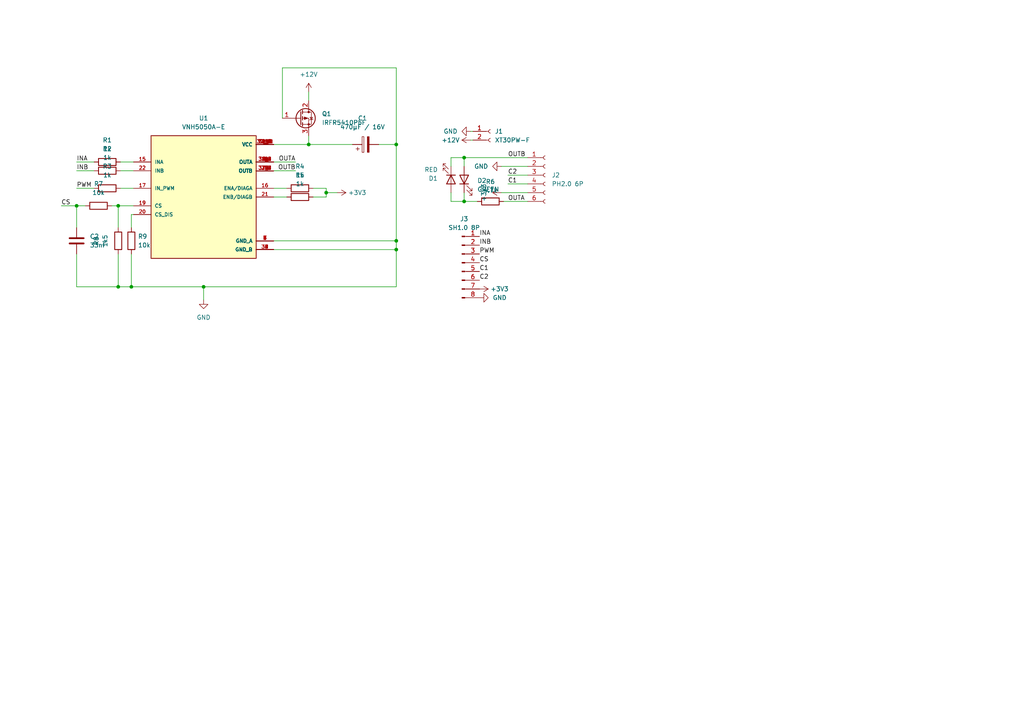
<source format=kicad_sch>
(kicad_sch (version 20211123) (generator eeschema)
  (paper "A4")
  (title_block (title "VNH5050A breakout board schematic drawing") (date "2023-01-28") (rev "1.0") (company "8076 Robotics"))
  (lib_symbols
    (symbol "Connector:Conn_01x02_Female" (pin_names (offset 1.016) hide)
      (property "Reference" "J" (at 0 2.54 0))
      (property "Value" "Conn_01x02_Female" (at 0 -5.08 0))
      (symbol "Conn_01x02_Female_1_1"
        (arc (start 0 -2.032) (mid -0.508 -2.54) (end 0 -3.048) (stroke (width 0.1524)))
        (polyline (pts (xy -1.27 -2.54) (xy -0.508 -2.54)) (stroke (width 0.1524)))
        (polyline (pts (xy -1.27 0) (xy -0.508 0)) (stroke (width 0.1524)))
        (arc (start 0 0.508) (mid -0.508 0) (end 0 -0.508) (stroke (width 0.1524)))
        (pin passive line (at -5.08 0 0) (length 3.81) (name "Pin_1") (number "1"))
        (pin passive line (at -5.08 -2.54 0) (length 3.81) (name "Pin_2") (number "2"))
      )
    )
    (symbol "Connector:Conn_01x06_Female" (pin_names (offset 1.016) hide)
      (property "Reference" "J" (at 0 7.62 0))
      (property "Value" "Conn_01x06_Female" (at 0 -10.16 0))
      (symbol "Conn_01x06_Female_1_1"
        (arc (start 0 -7.112) (mid -0.508 -7.62) (end 0 -8.128) (stroke (width 0.1524)))
        (arc (start 0 -4.572) (mid -0.508 -5.08) (end 0 -5.588) (stroke (width 0.1524)))
        (arc (start 0 -2.032) (mid -0.508 -2.54) (end 0 -3.048) (stroke (width 0.1524)))
        (polyline (pts (xy -1.27 -7.62) (xy -0.508 -7.62)) (stroke (width 0.1524)))
        (polyline (pts (xy -1.27 -5.08) (xy -0.508 -5.08)) (stroke (width 0.1524)))
        (polyline (pts (xy -1.27 -2.54) (xy -0.508 -2.54)) (stroke (width 0.1524)))
        (polyline (pts (xy -1.27 0) (xy -0.508 0)) (stroke (width 0.1524)))
        (polyline (pts (xy -1.27 2.54) (xy -0.508 2.54)) (stroke (width 0.1524)))
        (polyline (pts (xy -1.27 5.08) (xy -0.508 5.08)) (stroke (width 0.1524)))
        (arc (start 0 0.508) (mid -0.508 0) (end 0 -0.508) (stroke (width 0.1524)))
        (arc (start 0 3.048) (mid -0.508 2.54) (end 0 2.032) (stroke (width 0.1524)))
        (arc (start 0 5.588) (mid -0.508 5.08) (end 0 4.572) (stroke (width 0.1524)))
        (pin passive line (at -5.08 5.08 0) (length 3.81) (name "Pin_1") (number "1"))
        (pin passive line (at -5.08 2.54 0) (length 3.81) (name "Pin_2") (number "2"))
        (pin passive line (at -5.08 0 0) (length 3.81) (name "Pin_3") (number "3"))
        (pin passive line (at -5.08 -2.54 0) (length 3.81) (name "Pin_4") (number "4"))
        (pin passive line (at -5.08 -5.08 0) (length 3.81) (name "Pin_5") (number "5"))
        (pin passive line (at -5.08 -7.62 0) (length 3.81) (name "Pin_6") (number "6"))
      )
    )
    (symbol "Connector:Conn_01x08_Male" (pin_names (offset 1.016) hide)
      (property "Reference" "J" (at 0 10.16 0))
      (property "Value" "Conn_01x08_Male" (at 0 -12.7 0))
      (symbol "Conn_01x08_Male_1_1"
        (polyline (pts (xy 1.27 -10.16) (xy 0.8636 -10.16)) (stroke (width 0.1524)))
        (polyline (pts (xy 1.27 -7.62) (xy 0.8636 -7.62)) (stroke (width 0.1524)))
        (polyline (pts (xy 1.27 -5.08) (xy 0.8636 -5.08)) (stroke (width 0.1524)))
        (polyline (pts (xy 1.27 -2.54) (xy 0.8636 -2.54)) (stroke (width 0.1524)))
        (polyline (pts (xy 1.27 0) (xy 0.8636 0)) (stroke (width 0.1524)))
        (polyline (pts (xy 1.27 2.54) (xy 0.8636 2.54)) (stroke (width 0.1524)))
        (polyline (pts (xy 1.27 5.08) (xy 0.8636 5.08)) (stroke (width 0.1524)))
        (polyline (pts (xy 1.27 7.62) (xy 0.8636 7.62)) (stroke (width 0.1524)))
        (rectangle (start 0.8636 -10.033) (end 0 -10.287) (stroke (width 0.1524)) (fill (type outline)))
        (rectangle (start 0.8636 -7.493) (end 0 -7.747) (stroke (width 0.1524)) (fill (type outline)))
        (rectangle (start 0.8636 -4.953) (end 0 -5.207) (stroke (width 0.1524)) (fill (type outline)))
        (rectangle (start 0.8636 -2.413) (end 0 -2.667) (stroke (width 0.1524)) (fill (type outline)))
        (rectangle (start 0.8636 0.127) (end 0 -0.127) (stroke (width 0.1524)) (fill (type outline)))
        (rectangle (start 0.8636 2.667) (end 0 2.413) (stroke (width 0.1524)) (fill (type outline)))
        (rectangle (start 0.8636 5.207) (end 0 4.953) (stroke (width 0.1524)) (fill (type outline)))
        (rectangle (start 0.8636 7.747) (end 0 7.493) (stroke (width 0.1524)) (fill (type outline)))
        (pin passive line (at 5.08 7.62 180) (length 3.81) (name "Pin_1") (number "1"))
        (pin passive line (at 5.08 5.08 180) (length 3.81) (name "Pin_2") (number "2"))
        (pin passive line (at 5.08 2.54 180) (length 3.81) (name "Pin_3") (number "3"))
        (pin passive line (at 5.08 0 180) (length 3.81) (name "Pin_4") (number "4"))
        (pin passive line (at 5.08 -2.54 180) (length 3.81) (name "Pin_5") (number "5"))
        (pin passive line (at 5.08 -5.08 180) (length 3.81) (name "Pin_6") (number "6"))
        (pin passive line (at 5.08 -7.62 180) (length 3.81) (name "Pin_7") (number "7"))
        (pin passive line (at 5.08 -10.16 180) (length 3.81) (name "Pin_8") (number "8"))
      )
    )
    (symbol "Device:C" (pin_numbers hide) (pin_names (offset 0.254))
      (property "Reference" "C" (at 0.635 2.54 0))
      (property "Value" "C" (at 0.635 -2.54 0))
      (symbol "C_0_1"
        (polyline (pts (xy -2.032 -0.762) (xy 2.032 -0.762)) (stroke (width 0.508)))
        (polyline (pts (xy -2.032 0.762) (xy 2.032 0.762)) (stroke (width 0.508)))
      )
      (symbol "C_1_1"
        (pin passive line (at 0 3.81 270) (length 2.794) (name "~") (number "1"))
        (pin passive line (at 0 -3.81 90) (length 2.794) (name "~") (number "2"))
      )
    )
    (symbol "Device:C_Polarized" (pin_numbers hide) (pin_names (offset 0.254))
      (property "Reference" "C" (at 0.635 2.54 0))
      (property "Value" "C_Polarized" (at 0.635 -2.54 0))
      (symbol "C_Polarized_0_1"
        (rectangle (start -2.286 0.508) (end 2.286 1.016))
        (polyline (pts (xy -1.778 2.286) (xy -0.762 2.286)))
        (polyline (pts (xy -1.27 2.794) (xy -1.27 1.778)))
        (rectangle (start 2.286 -0.508) (end -2.286 -1.016) (fill (type outline)))
      )
      (symbol "C_Polarized_1_1"
        (pin passive line (at 0 3.81 270) (length 2.794) (name "~") (number "1"))
        (pin passive line (at 0 -3.81 90) (length 2.794) (name "~") (number "2"))
      )
    )
    (symbol "Device:LED" (pin_numbers hide) (pin_names (offset 1.016) hide)
      (property "Reference" "D" (at 0 2.54 0))
      (property "Value" "LED" (at 0 -2.54 0))
      (symbol "LED_0_1"
        (polyline (pts (xy -1.27 -1.27) (xy -1.27 1.27)) (stroke (width 0.254)))
        (polyline (pts (xy -1.27 0) (xy 1.27 0)))
        (polyline (pts (xy 1.27 -1.27) (xy 1.27 1.27) (xy -1.27 0) (xy 1.27 -1.27)) (stroke (width 0.254)))
        (polyline (pts (xy -3.048 -0.762) (xy -4.572 -2.286) (xy -3.81 -2.286) (xy -4.572 -2.286) (xy -4.572 -1.524)))
        (polyline (pts (xy -1.778 -0.762) (xy -3.302 -2.286) (xy -2.54 -2.286) (xy -3.302 -2.286) (xy -3.302 -1.524)))
      )
      (symbol "LED_1_1"
        (pin passive line (at -3.81 0 0) (length 2.54) (name "K") (number "1"))
        (pin passive line (at 3.81 0 180) (length 2.54) (name "A") (number "2"))
      )
    )
    (symbol "Device:Q_PMOS_GDS" (pin_names (offset 0) hide)
      (property "Reference" "Q" (at 5.08 1.27 0))
      (property "Value" "Q_PMOS_GDS" (at 5.08 -1.27 0))
      (symbol "Q_PMOS_GDS_0_1"
        (polyline (pts (xy 0.254 0) (xy -2.54 0)))
        (polyline (pts (xy 0.254 1.905) (xy 0.254 -1.905)) (stroke (width 0.254)))
        (polyline (pts (xy 0.762 -1.27) (xy 0.762 -2.286)) (stroke (width 0.254)))
        (polyline (pts (xy 0.762 0.508) (xy 0.762 -0.508)) (stroke (width 0.254)))
        (polyline (pts (xy 0.762 2.286) (xy 0.762 1.27)) (stroke (width 0.254)))
        (polyline (pts (xy 2.54 2.54) (xy 2.54 1.778)))
        (polyline (pts (xy 2.54 -2.54) (xy 2.54 0) (xy 0.762 0)))
        (polyline (pts (xy 0.762 1.778) (xy 3.302 1.778) (xy 3.302 -1.778) (xy 0.762 -1.778)))
        (polyline (pts (xy 2.286 0) (xy 1.27 0.381) (xy 1.27 -0.381) (xy 2.286 0)) (fill (type outline)))
        (polyline (pts (xy 2.794 -0.508) (xy 2.921 -0.381) (xy 3.683 -0.381) (xy 3.81 -0.254)))
        (polyline (pts (xy 3.302 -0.381) (xy 2.921 0.254) (xy 3.683 0.254) (xy 3.302 -0.381)))
        (circle (center 1.651 0) (radius 2.794) (stroke (width 0.254)))
        (circle (center 2.54 -1.778) (radius 0.254) (fill (type outline)))
        (circle (center 2.54 1.778) (radius 0.254) (fill (type outline)))
      )
      (symbol "Q_PMOS_GDS_1_1"
        (pin input line (at -5.08 0 0) (length 2.54) (name "G") (number "1"))
        (pin passive line (at 2.54 5.08 270) (length 2.54) (name "D") (number "2"))
        (pin passive line (at 2.54 -5.08 90) (length 2.54) (name "S") (number "3"))
      )
    )
    (symbol "Device:R" (pin_numbers hide) (pin_names (offset 0))
      (property "Reference" "R" (at 2.032 0 90))
      (property "Value" "R" (at 0 0 90))
      (symbol "R_0_1"
        (rectangle (start -1.016 -2.54) (end 1.016 2.54) (stroke (width 0.254)))
      )
      (symbol "R_1_1"
        (pin passive line (at 0 3.81 270) (length 1.27) (name "~") (number "1"))
        (pin passive line (at 0 -3.81 90) (length 1.27) (name "~") (number "2"))
      )
    )
    (symbol "VNH5050A-E:VNH5050A-E" (pin_names (offset 1.016))
      (property "Reference" "U" (at -15.24 17.78 0))
      (property "Value" "VNH5050A-E" (at -15.24 -20.32 0))
      (symbol "VNH5050A-E_0_0"
        (rectangle (start -15.24 -17.78) (end 15.24 17.78) (stroke (width 0.254)) (fill (type background)))
        (pin power_in line (at 20.32 -12.7 180) (length 5.08) (name "GND_A") (number "1"))
        (pin output line (at 20.32 10.16 180) (length 5.08) (name "OUTA") (number "10"))
        (pin output line (at 20.32 10.16 180) (length 5.08) (name "OUTA") (number "11"))
        (pin output line (at 20.32 10.16 180) (length 5.08) (name "OUTA") (number "12"))
        (pin power_in line (at 20.32 15.24 180) (length 5.08) (name "VCC") (number "13"))
        (pin output line (at 20.32 10.16 180) (length 5.08) (name "OUTA") (number "14"))
        (pin input line (at -20.32 10.16 0) (length 5.08) (name "INA") (number "15"))
        (pin output line (at 20.32 2.54 180) (length 5.08) (name "ENA/DIAGA") (number "16"))
        (pin input line (at -20.32 2.54 0) (length 5.08) (name "IN_PWM") (number "17"))
        (pin output line (at -20.32 -2.54 0) (length 5.08) (name "CS") (number "19"))
        (pin output line (at 20.32 10.16 180) (length 5.08) (name "OUTA") (number "2"))
        (pin input line (at -20.32 -5.08 0) (length 5.08) (name "CS_DIS") (number "20"))
        (pin output line (at 20.32 0 180) (length 5.08) (name "ENB/DIAGB") (number "21"))
        (pin input line (at -20.32 7.62 0) (length 5.08) (name "INB") (number "22"))
        (pin output line (at 20.32 7.62 180) (length 5.08) (name "OUTB") (number "23"))
        (pin power_in line (at 20.32 15.24 180) (length 5.08) (name "VCC") (number "24"))
        (pin output line (at 20.32 7.62 180) (length 5.08) (name "OUTB") (number "25"))
        (pin output line (at 20.32 7.62 180) (length 5.08) (name "OUTB") (number "26"))
        (pin output line (at 20.32 7.62 180) (length 5.08) (name "OUTB") (number "27"))
        (pin output line (at 20.32 7.62 180) (length 5.08) (name "OUTB") (number "28"))
        (pin output line (at 20.32 7.62 180) (length 5.08) (name "OUTB") (number "29"))
        (pin power_in line (at 20.32 -12.7 180) (length 5.08) (name "GND_A") (number "3"))
        (pin power_in line (at 20.32 -15.24 180) (length 5.08) (name "GND_B") (number "30"))
        (pin power_in line (at 20.32 -15.24 180) (length 5.08) (name "GND_B") (number "31"))
        (pin power_in line (at 20.32 -15.24 180) (length 5.08) (name "GND_B") (number "32"))
        (pin power_in line (at 20.32 -15.24 180) (length 5.08) (name "GND_B") (number "33"))
        (pin power_in line (at 20.32 -15.24 180) (length 5.08) (name "GND_B") (number "34"))
        (pin output line (at 20.32 7.62 180) (length 5.08) (name "OUTB") (number "35"))
        (pin power_in line (at 20.32 -15.24 180) (length 5.08) (name "GND_B") (number "36"))
        (pin output line (at 20.32 7.62 180) (length 5.08) (name "OUTB") (number "37"))
        (pin output line (at 20.32 7.62 180) (length 5.08) (name "OUTB") (number "37_1"))
        (pin output line (at 20.32 7.62 180) (length 5.08) (name "OUTB") (number "37_2"))
        (pin output line (at 20.32 7.62 180) (length 5.08) (name "OUTB") (number "37_3"))
        (pin output line (at 20.32 7.62 180) (length 5.08) (name "OUTB") (number "37_4"))
        (pin output line (at 20.32 7.62 180) (length 5.08) (name "OUTB") (number "37_5"))
        (pin output line (at 20.32 7.62 180) (length 5.08) (name "OUTB") (number "37_6"))
        (pin output line (at 20.32 10.16 180) (length 5.08) (name "OUTA") (number "38"))
        (pin output line (at 20.32 10.16 180) (length 5.08) (name "OUTA") (number "38_1"))
        (pin output line (at 20.32 10.16 180) (length 5.08) (name "OUTA") (number "38_2"))
        (pin output line (at 20.32 10.16 180) (length 5.08) (name "OUTA") (number "38_3"))
        (pin output line (at 20.32 10.16 180) (length 5.08) (name "OUTA") (number "38_4"))
        (pin output line (at 20.32 10.16 180) (length 5.08) (name "OUTA") (number "38_5"))
        (pin output line (at 20.32 10.16 180) (length 5.08) (name "OUTA") (number "38_6"))
        (pin power_in line (at 20.32 15.24 180) (length 5.08) (name "VCC") (number "39"))
        (pin power_in line (at 20.32 15.24 180) (length 5.08) (name "VCC") (number "39_1"))
        (pin power_in line (at 20.32 15.24 180) (length 5.08) (name "VCC") (number "39_10"))
        (pin power_in line (at 20.32 15.24 180) (length 5.08) (name "VCC") (number "39_11"))
        (pin power_in line (at 20.32 15.24 180) (length 5.08) (name "VCC") (number "39_12"))
        (pin power_in line (at 20.32 15.24 180) (length 5.08) (name "VCC") (number "39_2"))
        (pin power_in line (at 20.32 15.24 180) (length 5.08) (name "VCC") (number "39_3"))
        (pin power_in line (at 20.32 15.24 180) (length 5.08) (name "VCC") (number "39_4"))
        (pin power_in line (at 20.32 15.24 180) (length 5.08) (name "VCC") (number "39_5"))
        (pin power_in line (at 20.32 15.24 180) (length 5.08) (name "VCC") (number "39_6"))
        (pin power_in line (at 20.32 15.24 180) (length 5.08) (name "VCC") (number "39_7"))
        (pin power_in line (at 20.32 15.24 180) (length 5.08) (name "VCC") (number "39_8"))
        (pin power_in line (at 20.32 15.24 180) (length 5.08) (name "VCC") (number "39_9"))
        (pin power_in line (at 20.32 -12.7 180) (length 5.08) (name "GND_A") (number "4"))
        (pin power_in line (at 20.32 -12.7 180) (length 5.08) (name "GND_A") (number "5"))
        (pin power_in line (at 20.32 -12.7 180) (length 5.08) (name "GND_A") (number "6"))
        (pin power_in line (at 20.32 -12.7 180) (length 5.08) (name "GND_A") (number "7"))
        (pin output line (at 20.32 10.16 180) (length 5.08) (name "OUTA") (number "8"))
        (pin output line (at 20.32 10.16 180) (length 5.08) (name "OUTA") (number "9"))
      )
    )
    (symbol "power:+12V" (power) (pin_names (offset 0))
      (property "Value" "+12V" (at 0 3.556 0))
      (symbol "+12V_0_1"
        (polyline (pts (xy -0.762 1.27) (xy 0 2.54)))
        (polyline (pts (xy 0 0) (xy 0 2.54)))
        (polyline (pts (xy 0 2.54) (xy 0.762 1.27)))
      )
      (symbol "+12V_1_1"
        (pin power_in line (at 0 0 90) (length 0) hide (name "+12V") (number "1"))
      )
    )
    (symbol "power:+3V3" (power) (pin_names (offset 0))
      (property "Value" "+3V3" (at 0 3.556 0))
      (symbol "+3V3_0_1"
        (polyline (pts (xy -0.762 1.27) (xy 0 2.54)))
        (polyline (pts (xy 0 0) (xy 0 2.54)))
        (polyline (pts (xy 0 2.54) (xy 0.762 1.27)))
      )
      (symbol "+3V3_1_1"
        (pin power_in line (at 0 0 90) (length 0) hide (name "+3V3") (number "1"))
      )
    )
    (symbol "power:GND" (power) (pin_names (offset 0))
      (property "Value" "GND" (at 0 -3.81 0))
      (symbol "GND_0_1"
        (polyline (pts (xy 0 0) (xy 0 -1.27) (xy 1.27 -1.27) (xy 0 -2.54) (xy -1.27 -1.27) (xy 0 -1.27)))
      )
      (symbol "GND_1_1"
        (pin power_in line (at 0 0 270) (length 0) hide (name "GND") (number "1"))
      )
    )
  )
  (junction (at 114.935 41.91))
  (junction (at 22.225 59.69))
  (junction (at 59.055 83.185))
  (junction (at 114.935 69.85))
  (junction (at 134.62 58.42))
  (junction (at 38.1 83.185))
  (junction (at 34.29 59.69))
  (junction (at 114.935 72.39))
  (junction (at 94.615 55.88))
  (junction (at 134.62 45.72))
  (junction (at 34.29 83.185))
  (junction (at 89.535 41.91))
  (wire (pts (xy 34.925 54.61) (xy 38.735 54.61)))
  (wire (pts (xy 79.375 69.85) (xy 114.935 69.85)))
  (wire (pts (xy 145.415 55.88) (xy 153.035 55.88)))
  (wire (pts (xy 22.225 46.99) (xy 27.305 46.99)))
  (wire (pts (xy 134.62 55.88) (xy 134.62 58.42)))
  (wire (pts (xy 153.035 50.8) (xy 147.32 50.8)))
  (wire (pts (xy 34.29 59.69) (xy 34.29 66.04)))
  (wire (pts (xy 22.225 73.66) (xy 22.225 83.185)))
  (wire (pts (xy 130.81 58.42) (xy 130.81 55.88)))
  (wire (pts (xy 34.29 73.66) (xy 34.29 83.185)))
  (wire (pts (xy 38.1 83.185) (xy 59.055 83.185)))
  (wire (pts (xy 136.525 38.1) (xy 137.16 38.1)))
  (wire (pts (xy 34.925 46.99) (xy 38.735 46.99)))
  (wire (pts (xy 34.925 49.53) (xy 38.735 49.53)))
  (wire (pts (xy 17.78 59.69) (xy 22.225 59.69)))
  (wire (pts (xy 59.055 83.185) (xy 114.935 83.185)))
  (wire (pts (xy 89.535 26.67) (xy 89.535 29.21)))
  (wire (pts (xy 38.1 62.23) (xy 38.1 66.04)))
  (wire (pts (xy 89.535 41.91) (xy 102.235 41.91)))
  (wire (pts (xy 94.615 55.88) (xy 94.615 57.15)))
  (wire (pts (xy 146.05 58.42) (xy 153.035 58.42)))
  (wire (pts (xy 22.225 49.53) (xy 27.305 49.53)))
  (wire (pts (xy 34.29 83.185) (xy 38.1 83.185)))
  (wire (pts (xy 59.055 83.185) (xy 59.055 86.995)))
  (wire (pts (xy 38.1 73.66) (xy 38.1 83.185)))
  (wire (pts (xy 79.375 72.39) (xy 114.935 72.39)))
  (wire (pts (xy 81.915 19.685) (xy 114.935 19.685)))
  (wire (pts (xy 79.375 54.61) (xy 83.185 54.61)))
  (wire (pts (xy 24.765 59.69) (xy 22.225 59.69)))
  (wire (pts (xy 94.615 54.61) (xy 94.615 55.88)))
  (wire (pts (xy 114.935 69.85) (xy 114.935 72.39)))
  (wire (pts (xy 109.855 41.91) (xy 114.935 41.91)))
  (wire (pts (xy 22.225 83.185) (xy 34.29 83.185)))
  (wire (pts (xy 134.62 58.42) (xy 138.43 58.42)))
  (wire (pts (xy 136.525 40.64) (xy 137.16 40.64)))
  (wire (pts (xy 79.375 41.91) (xy 89.535 41.91)))
  (wire (pts (xy 81.915 19.685) (xy 81.915 34.29)))
  (wire (pts (xy 130.81 45.72) (xy 134.62 45.72)))
  (wire (pts (xy 114.935 41.91) (xy 114.935 69.85)))
  (wire (pts (xy 90.805 54.61) (xy 94.615 54.61)))
  (wire (pts (xy 22.225 54.61) (xy 27.305 54.61)))
  (wire (pts (xy 79.375 57.15) (xy 83.185 57.15)))
  (wire (pts (xy 90.805 57.15) (xy 94.615 57.15)))
  (wire (pts (xy 134.62 45.72) (xy 134.62 48.26)))
  (wire (pts (xy 145.415 48.26) (xy 153.035 48.26)))
  (wire (pts (xy 34.29 59.69) (xy 32.385 59.69)))
  (wire (pts (xy 94.615 55.88) (xy 97.79 55.88)))
  (wire (pts (xy 38.735 59.69) (xy 34.29 59.69)))
  (wire (pts (xy 114.935 19.685) (xy 114.935 41.91)))
  (wire (pts (xy 134.62 45.72) (xy 153.035 45.72)))
  (wire (pts (xy 153.035 53.34) (xy 147.32 53.34)))
  (wire (pts (xy 22.225 59.69) (xy 22.225 66.04)))
  (wire (pts (xy 130.81 58.42) (xy 134.62 58.42)))
  (wire (pts (xy 79.375 49.53) (xy 85.725 49.53)))
  (wire (pts (xy 114.935 83.185) (xy 114.935 72.39)))
  (wire (pts (xy 130.81 45.72) (xy 130.81 48.26)))
  (wire (pts (xy 38.735 62.23) (xy 38.1 62.23)))
  (wire (pts (xy 89.535 39.37) (xy 89.535 41.91)))
  (wire (pts (xy 79.375 46.99) (xy 85.725 46.99)))
  (label "CS" (at 17.78 59.69 0))
  (label "C1" (at 147.32 53.34 0))
  (label "PWM" (at 139.065 73.66 0))
  (label "C1" (at 139.065 78.74 0))
  (label "OUTA" (at 85.725 46.99 180))
  (label "C2" (at 139.065 81.28 0))
  (label "OUTA" (at 147.32 58.42 0))
  (label "INA" (at 22.225 46.99 0))
  (label "INB" (at 139.065 71.12 0))
  (label "INB" (at 22.225 49.53 0))
  (label "OUTB" (at 147.32 45.72 0))
  (label "OUTB" (at 85.725 49.53 180))
  (label "C2" (at 147.32 50.8 0))
  (label "PWM" (at 22.225 54.61 0))
  (label "CS" (at 139.065 76.2 0))
  (label "INA" (at 139.065 68.58 0))
  (symbol (lib_id "power:+3V3") (at 145.415 55.88 90) (unit 1)
    (property "Reference" "#PWR06" (effects hide))
    (property "Value" "+3V3" (at 140.335 55.88 0))
  )
  (symbol (lib_id "Device:Q_PMOS_GDS") (at 86.995 34.29 0) (unit 1)
    (property "Reference" "Q1" (at 93.345 33.0199 0) (effects (justify left)))
    (property "Value" "IRFR5410PbF" (at 93.345 35.5599 0) (effects (justify left)))
    (property "Footprint" "Package_TO_SOT_SMD:TO-252-2" (effects hide))
  )
  (symbol (lib_id "Device:LED") (at 130.81 52.07 270) (unit 1)
    (property "Reference" "D1" (at 127 51.7526 90) (effects (justify right)))
    (property "Value" "RED" (at 127 49.2126 90) (effects (justify right)))
    (property "Footprint" "Diode_SMD:D_0603_1608Metric" (effects hide))
  )
  (symbol (lib_id "Device:C") (at 22.225 69.85 0) (unit 1)
    (property "Reference" "C2" (at 26.035 68.5799 0) (effects (justify left)))
    (property "Value" "33nF" (at 26.035 71.1199 0) (effects (justify left)))
    (property "Footprint" "Capacitor_SMD:C_0603_1608Metric" (effects hide))
  )
  (symbol (lib_id "Connector:Conn_01x02_Female") (at 142.24 38.1 0) (unit 1)
    (property "Reference" "J1" (at 143.51 38.0999 0) (effects (justify left)))
    (property "Value" "XT30PW-F" (at 143.51 40.6399 0) (effects (justify left)))
    (property "Footprint" "Connector_AMASS:AMASS_XT30PW-F_1x02_P2.50mm_Horizontal" (effects hide))
  )
  (symbol (lib_id "power:GND") (at 136.525 38.1 270) (unit 1)
    (property "Reference" "#PWR02" (effects hide))
    (property "Value" "GND" (at 132.715 38.0999 90) (effects (justify right)))
  )
  (symbol (lib_id "Device:R") (at 142.24 58.42 90) (unit 1)
    (property "Reference" "R6" (at 142.24 52.705 90))
    (property "Value" "4.7k" (at 142.24 55.245 90))
    (property "Footprint" "Resistor_SMD:R_0603_1608Metric" (effects hide))
  )
  (symbol (lib_id "Device:R") (at 28.575 59.69 90) (unit 1)
    (property "Reference" "R7" (at 28.575 53.34 90))
    (property "Value" "10k" (at 28.575 55.88 90))
    (property "Footprint" "Resistor_SMD:R_0603_1608Metric" (effects hide))
  )
  (symbol (lib_id "Device:R") (at 34.29 69.85 180) (unit 1)
    (property "Reference" "R8" (at 27.94 69.85 90))
    (property "Value" "1k5" (at 30.48 69.85 90))
    (property "Footprint" "Resistor_SMD:R_0603_1608Metric" (effects hide))
  )
  (symbol (lib_id "Connector:Conn_01x08_Male") (at 133.985 76.2 0) (unit 1)
    (property "Reference" "J3" (at 134.62 63.5 0))
    (property "Value" "SH1.0 8P" (at 134.62 66.04 0))
    (property "Footprint" "Connector_JST:JST_SH_BM08B-SRSS-TB_1x08-1MP_P1.00mm_Vertical" (effects hide))
  )
  (symbol (lib_id "VNH5050A-E:VNH5050A-E") (at 59.055 57.15 0) (unit 1)
    (property "Reference" "U1" (at 59.055 34.29 0))
    (property "Value" "VNH5050A-E" (at 59.055 36.83 0))
    (property "Footprint" "VNH5050A-E:SOP50P1030X247-39N" (effects hide))
    (property "L_MAX" "1.0" (effects hide))
    (property "L_NOM" "0.8" (effects hide))
    (property "E_MAX" "10.5" (effects hide))
    (property "L_MIN" "0.6" (effects hide))
    (property "E1_MAX" "7.6" (effects hide))
    (property "A_MIN" "2.47" (effects hide))
    (property "PIN_COUNT" "36.0" (effects hide))
    (property "A1_MIN" "0.0" (effects hide))
    (property "E2_MAX" "0.0" (effects hide))
    (property "E1_MIN" "7.4" (effects hide))
    (property "STANDARD" "IPC 7351B" (effects hide))
    (property "PARTREV" "1.0" (effects hide))
    (property "B_NOM" "0.27" (effects hide))
    (property "B_MAX" "0.36" (effects hide))
    (property "MANUFACTURER" "ST Microelectronics" (effects hide))
    (property "E_NOM" "10.3" (effects hide))
    (property "E_MIN" "10.1" (effects hide))
    (property "D2_MAX" "0.0" (effects hide))
    (property "D_MIN" "10.1" (effects hide))
    (property "B_MIN" "0.18" (effects hide))
    (property "A_MAX" "2.47" (effects hide))
    (property "ENOM" "0.5" (effects hide))
    (property "D_NOM" "10.3" (effects hide))
    (property "E1_NOM" "7.5" (effects hide))
    (property "A_NOM" "2.47" (effects hide))
    (property "D_MAX" "10.5" (effects hide))
  )
  (symbol (lib_id "Device:R") (at 31.115 49.53 90) (unit 1)
    (property "Reference" "R2" (at 31.115 43.18 90))
    (property "Value" "1k" (at 31.115 45.72 90))
    (property "Footprint" "Resistor_SMD:R_0603_1608Metric" (effects hide))
  )
  (symbol (lib_id "Device:C_Polarized") (at 106.045 41.91 90) (unit 1)
    (property "Reference" "C1" (at 105.156 34.29 90))
    (property "Value" "470µF / 16V" (at 105.156 36.83 90))
    (property "Footprint" "Capacitor_SMD:CP_Elec_8x10.5" (effects hide))
  )
  (symbol (lib_id "power:+12V") (at 89.535 26.67 0) (unit 1)
    (property "Reference" "#PWR01" (effects hide))
    (property "Value" "+12V" (at 89.535 21.59 0))
  )
  (symbol (lib_id "Connector:Conn_01x06_Female") (at 158.115 50.8 0) (unit 1)
    (property "Reference" "J2" (at 160.02 50.7999 0) (effects (justify left)))
    (property "Value" "PH2.0 6P" (at 160.02 53.3399 0) (effects (justify left)))
    (property "Footprint" "Connector_JST:JST_PH_S6B-PH-K_1x06_P2.00mm_Horizontal" (effects hide))
  )
  (symbol (lib_id "Device:R") (at 31.115 54.61 90) (unit 1)
    (property "Reference" "R3" (at 31.115 48.26 90))
    (property "Value" "1k" (at 31.115 50.8 90))
    (property "Footprint" "Resistor_SMD:R_0603_1608Metric" (effects hide))
  )
  (symbol (lib_id "power:GND") (at 59.055 86.995 0) (unit 1)
    (property "Reference" "#PWR08" (effects hide))
    (property "Value" "GND" (at 59.055 92.075 0))
  )
  (symbol (lib_id "Device:R") (at 86.995 54.61 90) (unit 1)
    (property "Reference" "R4" (at 86.995 48.26 90))
    (property "Value" "1k" (at 86.995 50.8 90))
    (property "Footprint" "Resistor_SMD:R_0603_1608Metric" (effects hide))
  )
  (symbol (lib_id "power:GND") (at 139.065 86.36 90) (unit 1)
    (property "Reference" "#PWR09" (effects hide))
    (property "Value" "GND" (at 142.875 86.3599 90) (effects (justify right)))
  )
  (symbol (lib_id "Device:R") (at 86.995 57.15 90) (unit 1)
    (property "Reference" "R5" (at 86.995 50.8 90))
    (property "Value" "1k" (at 86.995 53.34 90))
    (property "Footprint" "Resistor_SMD:R_0603_1608Metric" (effects hide))
  )
  (symbol (lib_id "Device:R") (at 38.1 69.85 0) (unit 1)
    (property "Reference" "R9" (at 40.005 68.5799 0) (effects (justify left)))
    (property "Value" "10k" (at 40.005 71.1199 0) (effects (justify left)))
    (property "Footprint" "Resistor_SMD:R_0603_1608Metric" (effects hide))
  )
  (symbol (lib_id "power:+12V") (at 136.525 40.64 90) (unit 1)
    (property "Reference" "#PWR03" (effects hide))
    (property "Value" "+12V" (at 133.35 40.6399 90) (effects (justify left)))
  )
  (symbol (lib_id "power:+3V3") (at 97.79 55.88 270) (unit 1)
    (property "Reference" "#PWR05" (effects hide))
    (property "Value" "+3V3" (at 100.965 55.8799 90) (effects (justify left)))
  )
  (symbol (lib_id "Device:R") (at 31.115 46.99 90) (unit 1)
    (property "Reference" "R1" (at 31.115 40.64 90))
    (property "Value" "1k" (at 31.115 43.18 90))
    (property "Footprint" "Resistor_SMD:R_0603_1608Metric" (effects hide))
  )
  (symbol (lib_id "power:GND") (at 145.415 48.26 270) (unit 1)
    (property "Reference" "#PWR04" (effects hide))
    (property "Value" "GND" (at 141.605 48.2601 90) (effects (justify right)))
  )
  (symbol (lib_id "power:+3V3") (at 139.065 83.82 270) (unit 1)
    (property "Reference" "#PWR07" (effects hide))
    (property "Value" "+3V3" (at 142.24 83.8199 90) (effects (justify left)))
  )
  (symbol (lib_id "Device:LED") (at 134.62 52.07 90) (unit 1)
    (property "Reference" "D2" (at 138.43 52.3874 90) (effects (justify right)))
    (property "Value" "GREEN" (at 138.43 54.9274 90) (effects (justify right)))
    (property "Footprint" "Diode_SMD:D_0603_1608Metric" (effects hide))
  )
)
</source>
